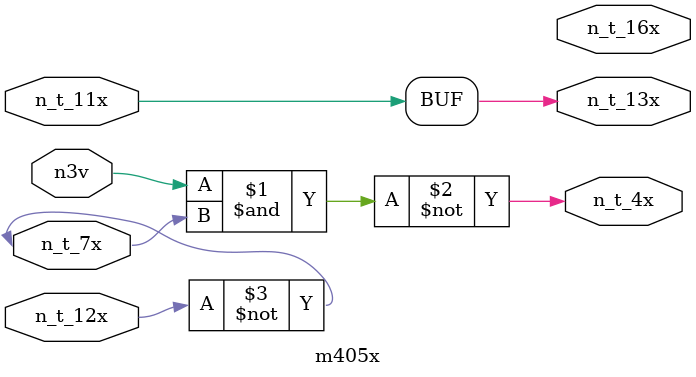
<source format=v>
module m405x (n3v, n_t_11x, n_t_12x, n_t_13x, n_t_16x, n_t_4x, n_t_7x);
input n3v;
input n_t_11x;
input n_t_12x;
output n_t_13x;
output n_t_16x;
output n_t_4x;
inout n_t_7x;


assign n_t_13x = n_t_11x;
assign n_t_4x = ~(n3v & n_t_7x);
assign n_t_7x = ~n_t_12x;
// open collector 'wire-or's 
endmodule

</source>
